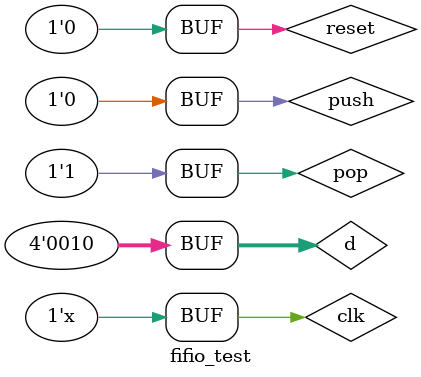
<source format=v>
`timescale 1ns / 1ps


module fifio_test;

	// Inputs
	reg clk;
	reg reset;
	reg push;
	reg pop;
	reg [3:0] d;

	// Outputs
	wire [3:0] q;
	wire full;
	wire empty;

	// Instantiate the Unit Under Test (UUT)
	fifo uut (
		.clk(clk), 
		.reset(reset), 
		.push(push), 
		.pop(pop), 
		.d(d), 
		.q(q), 
		.full(full), 
		.empty(empty)
	);
	
always #5 clk=~clk;	

	initial begin
		// Initialize Inputs
		clk = 0;
		reset = 1;
		push = 0;
		pop = 0;
		d = 0;

		// Wait 100 ns for global reset to finish
		#50;
		reset=0;
		
		#10
		d=1;
		push=1;
		#10
		d=2;
		#10
		d=3;
		#10
		d=4;
		#10
		d=5;
		#10
		d=6;
		#10
		d=7;
		#10
		d=8;
		#10
		d=9;
		#10
		d=10;
		#10
		d=11;
		#10
		d=12;
		#10
		d=13;
		#10
		d=14;
		#10
		d=15;
		#10
		d=16;
		#10
		d=17;
		#10
		d=18;
		#10
		push=0;
		pop=1;
		
        
		// Add stimulus here

	end
      
endmodule


</source>
